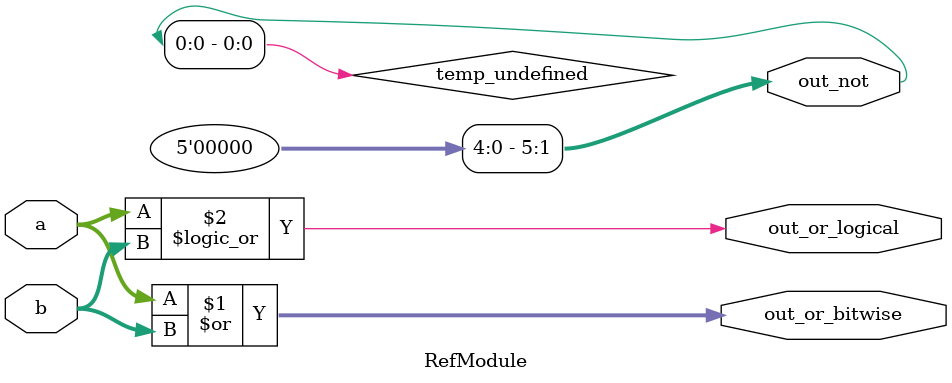
<source format=sv>

module RefModule (
  input [2:0] a,
  input [2:0] b,
  output [2:0] out_or_bitwise,
  output out_or_logical,
  output [5:0] out_not
);

  assign out_or_bitwise = a | b;
  assign out_or_logical = a || b;
  assign out_not = temp_undefined;

endmodule


</source>
